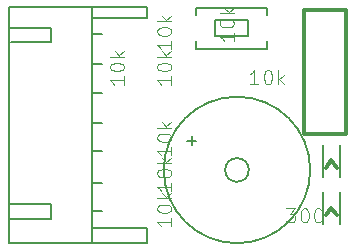
<source format=gbr>
G04 #@! TF.FileFunction,Legend,Top*
%FSLAX46Y46*%
G04 Gerber Fmt 4.6, Leading zero omitted, Abs format (unit mm)*
G04 Created by KiCad (PCBNEW 4.0.6) date 04/15/17 09:15:45*
%MOMM*%
%LPD*%
G01*
G04 APERTURE LIST*
%ADD10C,0.100000*%
%ADD11C,0.300000*%
%ADD12C,0.150000*%
%ADD13C,0.101600*%
G04 APERTURE END LIST*
D10*
D11*
X24700000Y-11000000D02*
X24700000Y-500000D01*
X24700000Y-500000D02*
X28200000Y-500000D01*
X28200000Y-500000D02*
X28200000Y-11000000D01*
X28200000Y-11000000D02*
X24700000Y-11000000D01*
D12*
X19900000Y-2700000D02*
X17100000Y-2700000D01*
X17100000Y-2700000D02*
X17100000Y-1300000D01*
X17100000Y-1300000D02*
X19900000Y-1300000D01*
X19900000Y-1300000D02*
X19900000Y-2700000D01*
X15500000Y-3750000D02*
X15500000Y-3100000D01*
X15500000Y-250000D02*
X15500000Y-900000D01*
X21500000Y-900000D02*
X21500000Y-250000D01*
X21500000Y-3750000D02*
X21500000Y-3100000D01*
X15500000Y-3750000D02*
X21500000Y-3750000D01*
X21500000Y-250000D02*
X15500000Y-250000D01*
D11*
X27000000Y-17200000D02*
X26500000Y-17800000D01*
X27000000Y-17200000D02*
X27500000Y-17800000D01*
D12*
X26250000Y-15900000D02*
X26250000Y-18600000D01*
X27750000Y-15900000D02*
X27750000Y-18600000D01*
D11*
X27000000Y-13200000D02*
X26500000Y-13800000D01*
X27000000Y-13200000D02*
X27500000Y-13800000D01*
D12*
X26250000Y-11900000D02*
X26250000Y-14600000D01*
X27750000Y-11900000D02*
X27750000Y-14600000D01*
X20000760Y-14000000D02*
G75*
G03X20000760Y-14000000I-1000760J0D01*
G01*
X25200140Y-14000000D02*
G75*
G03X25200140Y-14000000I-6200140J0D01*
G01*
X-271000Y-16851000D02*
X3285000Y-16851000D01*
X3285000Y-16851000D02*
X3285000Y-18121000D01*
X3285000Y-18121000D02*
X-271000Y-18121000D01*
X-271000Y-1992000D02*
X3285000Y-1992000D01*
X3285000Y-1992000D02*
X3285000Y-3135000D01*
X3285000Y-3135000D02*
X-144000Y-3135000D01*
X6714000Y-17486000D02*
X7603000Y-17486000D01*
X6714000Y-15073000D02*
X7603000Y-15073000D01*
X6714000Y-12406000D02*
X7603000Y-12406000D01*
X6714000Y-9993000D02*
X7603000Y-9993000D01*
X6714000Y-7453000D02*
X7603000Y-7453000D01*
X6714000Y-5040000D02*
X7603000Y-5040000D01*
X6714000Y-2500000D02*
X7603000Y-2500000D01*
X6587000Y-20153000D02*
X11413000Y-20153000D01*
X11413000Y-20153000D02*
X11413000Y-18883000D01*
X11413000Y-18883000D02*
X6714000Y-18883000D01*
X6714000Y-214000D02*
X11413000Y-214000D01*
X11413000Y-214000D02*
X11413000Y-1103000D01*
X11413000Y-1103000D02*
X6714000Y-1103000D01*
X6714000Y-214000D02*
X6714000Y-20153000D01*
X6714000Y-20153000D02*
X-271000Y-20153000D01*
X-271000Y-20153000D02*
X-271000Y-214000D01*
X-271000Y-214000D02*
X6714000Y-214000D01*
D13*
X18742548Y-2380762D02*
X18742548Y-3070190D01*
X18742548Y-2725476D02*
X17536048Y-2725476D01*
X17708405Y-2840381D01*
X17823310Y-2955286D01*
X17880762Y-3070190D01*
X17536048Y-1633881D02*
X17536048Y-1518976D01*
X17593500Y-1404071D01*
X17650952Y-1346619D01*
X17765857Y-1289166D01*
X17995667Y-1231714D01*
X18282929Y-1231714D01*
X18512738Y-1289166D01*
X18627643Y-1346619D01*
X18685095Y-1404071D01*
X18742548Y-1518976D01*
X18742548Y-1633881D01*
X18685095Y-1748785D01*
X18627643Y-1806238D01*
X18512738Y-1863690D01*
X18282929Y-1921142D01*
X17995667Y-1921142D01*
X17765857Y-1863690D01*
X17650952Y-1806238D01*
X17593500Y-1748785D01*
X17536048Y-1633881D01*
X18742548Y-714642D02*
X17536048Y-714642D01*
X18282929Y-599737D02*
X18742548Y-255023D01*
X17938214Y-255023D02*
X18397833Y-714642D01*
X20819238Y-6742548D02*
X20129810Y-6742548D01*
X20474524Y-6742548D02*
X20474524Y-5536048D01*
X20359619Y-5708405D01*
X20244714Y-5823310D01*
X20129810Y-5880762D01*
X21566119Y-5536048D02*
X21681024Y-5536048D01*
X21795929Y-5593500D01*
X21853381Y-5650952D01*
X21910834Y-5765857D01*
X21968286Y-5995667D01*
X21968286Y-6282929D01*
X21910834Y-6512738D01*
X21853381Y-6627643D01*
X21795929Y-6685095D01*
X21681024Y-6742548D01*
X21566119Y-6742548D01*
X21451215Y-6685095D01*
X21393762Y-6627643D01*
X21336310Y-6512738D01*
X21278858Y-6282929D01*
X21278858Y-5995667D01*
X21336310Y-5765857D01*
X21393762Y-5650952D01*
X21451215Y-5593500D01*
X21566119Y-5536048D01*
X22485358Y-6742548D02*
X22485358Y-5536048D01*
X22600263Y-6282929D02*
X22944977Y-6742548D01*
X22944977Y-5938214D02*
X22485358Y-6397833D01*
X13442548Y-3080762D02*
X13442548Y-3770190D01*
X13442548Y-3425476D02*
X12236048Y-3425476D01*
X12408405Y-3540381D01*
X12523310Y-3655286D01*
X12580762Y-3770190D01*
X12236048Y-2333881D02*
X12236048Y-2218976D01*
X12293500Y-2104071D01*
X12350952Y-2046619D01*
X12465857Y-1989166D01*
X12695667Y-1931714D01*
X12982929Y-1931714D01*
X13212738Y-1989166D01*
X13327643Y-2046619D01*
X13385095Y-2104071D01*
X13442548Y-2218976D01*
X13442548Y-2333881D01*
X13385095Y-2448785D01*
X13327643Y-2506238D01*
X13212738Y-2563690D01*
X12982929Y-2621142D01*
X12695667Y-2621142D01*
X12465857Y-2563690D01*
X12350952Y-2506238D01*
X12293500Y-2448785D01*
X12236048Y-2333881D01*
X13442548Y-1414642D02*
X12236048Y-1414642D01*
X12982929Y-1299737D02*
X13442548Y-955023D01*
X12638214Y-955023D02*
X13097833Y-1414642D01*
X13442548Y-6080762D02*
X13442548Y-6770190D01*
X13442548Y-6425476D02*
X12236048Y-6425476D01*
X12408405Y-6540381D01*
X12523310Y-6655286D01*
X12580762Y-6770190D01*
X12236048Y-5333881D02*
X12236048Y-5218976D01*
X12293500Y-5104071D01*
X12350952Y-5046619D01*
X12465857Y-4989166D01*
X12695667Y-4931714D01*
X12982929Y-4931714D01*
X13212738Y-4989166D01*
X13327643Y-5046619D01*
X13385095Y-5104071D01*
X13442548Y-5218976D01*
X13442548Y-5333881D01*
X13385095Y-5448785D01*
X13327643Y-5506238D01*
X13212738Y-5563690D01*
X12982929Y-5621142D01*
X12695667Y-5621142D01*
X12465857Y-5563690D01*
X12350952Y-5506238D01*
X12293500Y-5448785D01*
X12236048Y-5333881D01*
X13442548Y-4414642D02*
X12236048Y-4414642D01*
X12982929Y-4299737D02*
X13442548Y-3955023D01*
X12638214Y-3955023D02*
X13097833Y-4414642D01*
X9442548Y-6080762D02*
X9442548Y-6770190D01*
X9442548Y-6425476D02*
X8236048Y-6425476D01*
X8408405Y-6540381D01*
X8523310Y-6655286D01*
X8580762Y-6770190D01*
X8236048Y-5333881D02*
X8236048Y-5218976D01*
X8293500Y-5104071D01*
X8350952Y-5046619D01*
X8465857Y-4989166D01*
X8695667Y-4931714D01*
X8982929Y-4931714D01*
X9212738Y-4989166D01*
X9327643Y-5046619D01*
X9385095Y-5104071D01*
X9442548Y-5218976D01*
X9442548Y-5333881D01*
X9385095Y-5448785D01*
X9327643Y-5506238D01*
X9212738Y-5563690D01*
X8982929Y-5621142D01*
X8695667Y-5621142D01*
X8465857Y-5563690D01*
X8350952Y-5506238D01*
X8293500Y-5448785D01*
X8236048Y-5333881D01*
X9442548Y-4414642D02*
X8236048Y-4414642D01*
X8982929Y-4299737D02*
X9442548Y-3955023D01*
X8638214Y-3955023D02*
X9097833Y-4414642D01*
X13442548Y-12080762D02*
X13442548Y-12770190D01*
X13442548Y-12425476D02*
X12236048Y-12425476D01*
X12408405Y-12540381D01*
X12523310Y-12655286D01*
X12580762Y-12770190D01*
X12236048Y-11333881D02*
X12236048Y-11218976D01*
X12293500Y-11104071D01*
X12350952Y-11046619D01*
X12465857Y-10989166D01*
X12695667Y-10931714D01*
X12982929Y-10931714D01*
X13212738Y-10989166D01*
X13327643Y-11046619D01*
X13385095Y-11104071D01*
X13442548Y-11218976D01*
X13442548Y-11333881D01*
X13385095Y-11448785D01*
X13327643Y-11506238D01*
X13212738Y-11563690D01*
X12982929Y-11621142D01*
X12695667Y-11621142D01*
X12465857Y-11563690D01*
X12350952Y-11506238D01*
X12293500Y-11448785D01*
X12236048Y-11333881D01*
X13442548Y-10414642D02*
X12236048Y-10414642D01*
X12982929Y-10299737D02*
X13442548Y-9955023D01*
X12638214Y-9955023D02*
X13097833Y-10414642D01*
X13442548Y-15080762D02*
X13442548Y-15770190D01*
X13442548Y-15425476D02*
X12236048Y-15425476D01*
X12408405Y-15540381D01*
X12523310Y-15655286D01*
X12580762Y-15770190D01*
X12236048Y-14333881D02*
X12236048Y-14218976D01*
X12293500Y-14104071D01*
X12350952Y-14046619D01*
X12465857Y-13989166D01*
X12695667Y-13931714D01*
X12982929Y-13931714D01*
X13212738Y-13989166D01*
X13327643Y-14046619D01*
X13385095Y-14104071D01*
X13442548Y-14218976D01*
X13442548Y-14333881D01*
X13385095Y-14448785D01*
X13327643Y-14506238D01*
X13212738Y-14563690D01*
X12982929Y-14621142D01*
X12695667Y-14621142D01*
X12465857Y-14563690D01*
X12350952Y-14506238D01*
X12293500Y-14448785D01*
X12236048Y-14333881D01*
X13442548Y-13414642D02*
X12236048Y-13414642D01*
X12982929Y-13299737D02*
X13442548Y-12955023D01*
X12638214Y-12955023D02*
X13097833Y-13414642D01*
X13442548Y-18080762D02*
X13442548Y-18770190D01*
X13442548Y-18425476D02*
X12236048Y-18425476D01*
X12408405Y-18540381D01*
X12523310Y-18655286D01*
X12580762Y-18770190D01*
X12236048Y-17333881D02*
X12236048Y-17218976D01*
X12293500Y-17104071D01*
X12350952Y-17046619D01*
X12465857Y-16989166D01*
X12695667Y-16931714D01*
X12982929Y-16931714D01*
X13212738Y-16989166D01*
X13327643Y-17046619D01*
X13385095Y-17104071D01*
X13442548Y-17218976D01*
X13442548Y-17333881D01*
X13385095Y-17448785D01*
X13327643Y-17506238D01*
X13212738Y-17563690D01*
X12982929Y-17621142D01*
X12695667Y-17621142D01*
X12465857Y-17563690D01*
X12350952Y-17506238D01*
X12293500Y-17448785D01*
X12236048Y-17333881D01*
X13442548Y-16414642D02*
X12236048Y-16414642D01*
X12982929Y-16299737D02*
X13442548Y-15955023D01*
X12638214Y-15955023D02*
X13097833Y-16414642D01*
X23172357Y-17236048D02*
X23919238Y-17236048D01*
X23517071Y-17695667D01*
X23689429Y-17695667D01*
X23804333Y-17753119D01*
X23861786Y-17810571D01*
X23919238Y-17925476D01*
X23919238Y-18212738D01*
X23861786Y-18327643D01*
X23804333Y-18385095D01*
X23689429Y-18442548D01*
X23344714Y-18442548D01*
X23229810Y-18385095D01*
X23172357Y-18327643D01*
X24666119Y-17236048D02*
X24781024Y-17236048D01*
X24895929Y-17293500D01*
X24953381Y-17350952D01*
X25010834Y-17465857D01*
X25068286Y-17695667D01*
X25068286Y-17982929D01*
X25010834Y-18212738D01*
X24953381Y-18327643D01*
X24895929Y-18385095D01*
X24781024Y-18442548D01*
X24666119Y-18442548D01*
X24551215Y-18385095D01*
X24493762Y-18327643D01*
X24436310Y-18212738D01*
X24378858Y-17982929D01*
X24378858Y-17695667D01*
X24436310Y-17465857D01*
X24493762Y-17350952D01*
X24551215Y-17293500D01*
X24666119Y-17236048D01*
X25815167Y-17236048D02*
X25930072Y-17236048D01*
X26044977Y-17293500D01*
X26102429Y-17350952D01*
X26159882Y-17465857D01*
X26217334Y-17695667D01*
X26217334Y-17982929D01*
X26159882Y-18212738D01*
X26102429Y-18327643D01*
X26044977Y-18385095D01*
X25930072Y-18442548D01*
X25815167Y-18442548D01*
X25700263Y-18385095D01*
X25642810Y-18327643D01*
X25585358Y-18212738D01*
X25527906Y-17982929D01*
X25527906Y-17695667D01*
X25585358Y-17465857D01*
X25642810Y-17350952D01*
X25700263Y-17293500D01*
X25815167Y-17236048D01*
D12*
X14809048Y-11531429D02*
X15570953Y-11531429D01*
X15190001Y-11912381D02*
X15190001Y-11150476D01*
M02*

</source>
